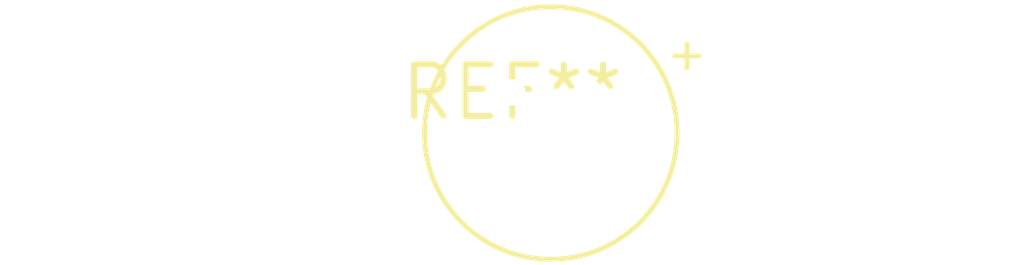
<source format=kicad_pcb>
(kicad_pcb (version 20240108) (generator pcbnew)
  (layers (0 "F.Cu" signal) (31 "B.Cu" signal) (34 "B.Paste" user) (35 "F.Paste" user) (36 "B.SilkS" user "B.Silkscreen") (37 "F.SilkS" user "F.Silkscreen") (38 "B.Mask" user) (39 "F.Mask" user) (44 "Edge.Cuts" user))
  (net 0 "")
  (footprint "POM-2244P-C3310-2-R" (layer "F.Cu") (at 0 0)
    (property "Reference" "REF**")
    (property "Value" "POM-2244P-C3310-2-R")
    (fp_line (start 4.3 -1.2) (end 4.3 -0.6) (layer "F.SilkS") (stroke (width 0.12)))
    (fp_line (start 4.3 -0.9) (end 4 -0.9) (layer "F.SilkS") (stroke (width 0.12)))
    (fp_line (start 4.3 -0.9) (end 4.6 -0.9) (layer "F.SilkS") (stroke (width 0.12)))
    (fp_circle (center 0.95 1) (end 4.06 1) (layer "F.SilkS") (stroke (width 0.12)) (fill none))
    (pad "1" thru_hole roundrect (at 0 0) (size 1 1) (drill 0.65) (layers *.Cu *.Mask) (remove_unused_layers))
    (pad "2" thru_hole circle (at 1.9 0) (size 1 1) (drill 0.65) (layers *.Cu *.Mask) (remove_unused_layers))
  )
)
</source>
